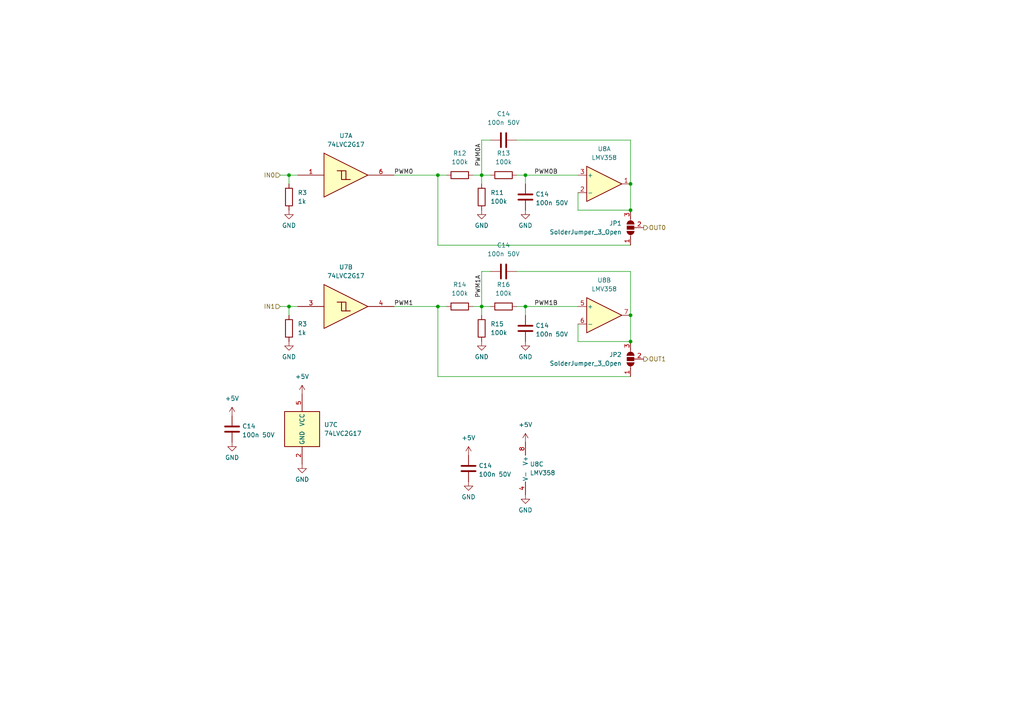
<source format=kicad_sch>
(kicad_sch (version 20230121) (generator eeschema)
  (paper "A4")
  (lib_symbols
    (symbol "74xGxx:74LVC2G17"
      (property "Reference" "U" (at -1.27 7.62 0))
      (property "Value" "74LVC2G17" (at 2.54 -7.62 0))
      (symbol "74LVC2G17_1_1"
        (polyline (pts (xy -2.54 1.27) (xy -1.27 1.27) (xy -1.27 -1.27)) (stroke (width 0.254)) (fill (type background)))
        (polyline (pts (xy -7.62 6.35) (xy -7.62 -6.35) (xy 5.08 0) (xy -7.62 6.35)) (stroke (width 0.254)) (fill (type background)))
        (polyline (pts (xy -3.81 1.27) (xy -2.54 1.27) (xy -2.54 -1.27) (xy 0 -1.27)) (stroke (width 0.254)) (fill (type background)))
        (pin input line (at -15.24 0 0) (length 7.62) (name "~") (number "1"))
        (pin output line (at 12.7 0 180) (length 7.62) (name "~") (number "6"))
      )
      (symbol "74LVC2G17_2_1"
        (polyline (pts (xy -2.54 1.27) (xy -1.27 1.27) (xy -1.27 -1.27)) (stroke (width 0.254)) (fill (type background)))
        (polyline (pts (xy -7.62 6.35) (xy -7.62 -6.35) (xy 5.08 0) (xy -7.62 6.35)) (stroke (width 0.254)) (fill (type background)))
        (polyline (pts (xy -3.81 1.27) (xy -2.54 1.27) (xy -2.54 -1.27) (xy 0 -1.27)) (stroke (width 0.254)) (fill (type background)))
        (pin input line (at -15.24 0 0) (length 7.62) (name "~") (number "3"))
        (pin output line (at 12.7 0 180) (length 7.62) (name "~") (number "4"))
      )
      (symbol "74LVC2G17_3_0"
        (rectangle (start -5.08 -5.08) (end 5.08 5.08) (stroke (width 0.254)) (fill (type background)))
      )
      (symbol "74LVC2G17_3_1"
        (pin power_in line (at 0 -10.16 90) (length 5.08) (name "GND") (number "2"))
        (pin power_in line (at 0 10.16 270) (length 5.08) (name "VCC") (number "5"))
      )
    )
    (symbol "Amplifier_Operational:LMV358" (pin_names (offset 0.127))
      (property "Reference" "U" (at 0 5.08 0))
      (property "Value" "LMV358" (at 0 -5.08 0))
      (symbol "LMV358_1_1"
        (polyline (pts (xy -5.08 5.08) (xy 5.08 0) (xy -5.08 -5.08) (xy -5.08 5.08)) (stroke (width 0.254)) (fill (type background)))
        (pin output line (at 7.62 0 180) (length 2.54) (name "~") (number "1"))
        (pin input line (at -7.62 -2.54 0) (length 2.54) (name "-") (number "2"))
        (pin input line (at -7.62 2.54 0) (length 2.54) (name "+") (number "3"))
      )
      (symbol "LMV358_2_1"
        (polyline (pts (xy -5.08 5.08) (xy 5.08 0) (xy -5.08 -5.08) (xy -5.08 5.08)) (stroke (width 0.254)) (fill (type background)))
        (pin input line (at -7.62 2.54 0) (length 2.54) (name "+") (number "5"))
        (pin input line (at -7.62 -2.54 0) (length 2.54) (name "-") (number "6"))
        (pin output line (at 7.62 0 180) (length 2.54) (name "~") (number "7"))
      )
      (symbol "LMV358_3_1"
        (pin power_in line (at -2.54 -7.62 90) (length 3.81) (name "V-") (number "4"))
        (pin power_in line (at -2.54 7.62 270) (length 3.81) (name "V+") (number "8"))
      )
    )
    (symbol "Device:C" (pin_numbers hide) (pin_names (offset 0.254))
      (property "Reference" "C" (at 0.635 2.54 0))
      (property "Value" "C" (at 0.635 -2.54 0))
      (symbol "C_0_1"
        (polyline (pts (xy -2.032 -0.762) (xy 2.032 -0.762)) (stroke (width 0.508)))
        (polyline (pts (xy -2.032 0.762) (xy 2.032 0.762)) (stroke (width 0.508)))
      )
      (symbol "C_1_1"
        (pin passive line (at 0 3.81 270) (length 2.794) (name "~") (number "1"))
        (pin passive line (at 0 -3.81 90) (length 2.794) (name "~") (number "2"))
      )
    )
    (symbol "Device:R" (pin_numbers hide) (pin_names (offset 0))
      (property "Reference" "R" (at 2.032 0 90))
      (property "Value" "R" (at 0 0 90))
      (symbol "R_0_1"
        (rectangle (start -1.016 -2.54) (end 1.016 2.54) (stroke (width 0.254)))
      )
      (symbol "R_1_1"
        (pin passive line (at 0 3.81 270) (length 1.27) (name "~") (number "1"))
        (pin passive line (at 0 -3.81 90) (length 1.27) (name "~") (number "2"))
      )
    )
    (symbol "Jumper:SolderJumper_3_Open" (pin_names (offset 0) hide)
      (property "Reference" "JP" (at -2.54 -2.54 0))
      (property "Value" "SolderJumper_3_Open" (at 0 2.794 0))
      (symbol "SolderJumper_3_Open_0_1"
        (arc (start -1.016 1.016) (mid -2.0276 0) (end -1.016 -1.016))
        (arc (start -1.016 1.016) (mid -2.0276 0) (end -1.016 -1.016) (fill (type outline)))
        (rectangle (start -0.508 1.016) (end 0.508 -1.016) (fill (type outline)))
        (polyline (pts (xy -2.54 0) (xy -2.032 0)))
        (polyline (pts (xy -1.016 1.016) (xy -1.016 -1.016)))
        (polyline (pts (xy 0 -1.27) (xy 0 -1.016)))
        (polyline (pts (xy 1.016 1.016) (xy 1.016 -1.016)))
        (polyline (pts (xy 2.54 0) (xy 2.032 0)))
        (arc (start 1.016 -1.016) (mid 2.0276 0) (end 1.016 1.016))
        (arc (start 1.016 -1.016) (mid 2.0276 0) (end 1.016 1.016) (fill (type outline)))
      )
      (symbol "SolderJumper_3_Open_1_1"
        (pin passive line (at -5.08 0 0) (length 2.54) (name "A") (number "1"))
        (pin passive line (at 0 -3.81 90) (length 2.54) (name "C") (number "2"))
        (pin passive line (at 5.08 0 180) (length 2.54) (name "B") (number "3"))
      )
    )
    (symbol "power:+5V" (power) (pin_names (offset 0))
      (property "Value" "+5V" (at 0 3.556 0))
      (symbol "+5V_0_1"
        (polyline (pts (xy -0.762 1.27) (xy 0 2.54)))
        (polyline (pts (xy 0 0) (xy 0 2.54)))
        (polyline (pts (xy 0 2.54) (xy 0.762 1.27)))
      )
      (symbol "+5V_1_1"
        (pin power_in line (at 0 0 90) (length 0) hide (name "+5V") (number "1"))
      )
    )
    (symbol "power:GND" (power) (pin_names (offset 0))
      (property "Value" "GND" (at 0 -3.81 0))
      (symbol "GND_0_1"
        (polyline (pts (xy 0 0) (xy 0 -1.27) (xy 1.27 -1.27) (xy 0 -2.54) (xy -1.27 -1.27) (xy 0 -1.27)))
      )
      (symbol "GND_1_1"
        (pin power_in line (at 0 0 270) (length 0) hide (name "GND") (number "1"))
      )
    )
  )
  (junction (at 83.82 50.8))
  (junction (at 127 88.9))
  (junction (at 139.7 88.9))
  (junction (at 182.88 60.96))
  (junction (at 127 50.8))
  (junction (at 152.4 50.8))
  (junction (at 152.4 88.9))
  (junction (at 83.82 88.9))
  (junction (at 139.7 50.8))
  (junction (at 182.88 53.34))
  (junction (at 182.88 99.06))
  (junction (at 182.88 91.44))
  (wire (pts (xy 83.82 88.9) (xy 86.36 88.9)))
  (wire (pts (xy 142.24 78.74) (xy 139.7 78.74)))
  (wire (pts (xy 139.7 50.8) (xy 142.24 50.8)))
  (wire (pts (xy 167.64 60.96) (xy 182.88 60.96)))
  (wire (pts (xy 83.82 50.8) (xy 83.82 53.34)))
  (wire (pts (xy 81.28 50.8) (xy 83.82 50.8)))
  (wire (pts (xy 139.7 88.9) (xy 139.7 91.44)))
  (wire (pts (xy 182.88 99.06) (xy 182.88 91.44)))
  (wire (pts (xy 182.88 40.64) (xy 182.88 53.34)))
  (wire (pts (xy 127 71.12) (xy 127 50.8)))
  (wire (pts (xy 182.88 60.96) (xy 182.88 53.34)))
  (wire (pts (xy 139.7 50.8) (xy 139.7 53.34)))
  (wire (pts (xy 137.16 50.8) (xy 139.7 50.8)))
  (wire (pts (xy 139.7 88.9) (xy 142.24 88.9)))
  (wire (pts (xy 149.86 50.8) (xy 152.4 50.8)))
  (wire (pts (xy 152.4 50.8) (xy 167.64 50.8)))
  (wire (pts (xy 114.3 50.8) (xy 127 50.8)))
  (wire (pts (xy 182.88 109.22) (xy 127 109.22)))
  (wire (pts (xy 83.82 50.8) (xy 86.36 50.8)))
  (wire (pts (xy 127 50.8) (xy 129.54 50.8)))
  (wire (pts (xy 149.86 88.9) (xy 152.4 88.9)))
  (wire (pts (xy 152.4 88.9) (xy 167.64 88.9)))
  (wire (pts (xy 114.3 88.9) (xy 127 88.9)))
  (wire (pts (xy 182.88 71.12) (xy 127 71.12)))
  (wire (pts (xy 167.64 55.88) (xy 167.64 60.96)))
  (wire (pts (xy 83.82 88.9) (xy 83.82 91.44)))
  (wire (pts (xy 167.64 93.98) (xy 167.64 99.06)))
  (wire (pts (xy 152.4 50.8) (xy 152.4 53.34)))
  (wire (pts (xy 167.64 99.06) (xy 182.88 99.06)))
  (wire (pts (xy 127 109.22) (xy 127 88.9)))
  (wire (pts (xy 182.88 78.74) (xy 182.88 91.44)))
  (wire (pts (xy 152.4 88.9) (xy 152.4 91.44)))
  (wire (pts (xy 81.28 88.9) (xy 83.82 88.9)))
  (wire (pts (xy 137.16 88.9) (xy 139.7 88.9)))
  (wire (pts (xy 139.7 78.74) (xy 139.7 88.9)))
  (wire (pts (xy 127 88.9) (xy 129.54 88.9)))
  (wire (pts (xy 149.86 40.64) (xy 182.88 40.64)))
  (wire (pts (xy 149.86 78.74) (xy 182.88 78.74)))
  (wire (pts (xy 142.24 40.64) (xy 139.7 40.64)))
  (wire (pts (xy 139.7 40.64) (xy 139.7 50.8)))
  (label "PWM0" (at 114.3 50.8 0))
  (label "PWM0B" (at 154.94 50.8 0))
  (label "PWM1B" (at 154.94 88.9 0))
  (label "PWM0A" (at 139.7 48.26 90))
  (label "PWM1" (at 114.3 88.9 0))
  (label "PWM1A" (at 139.7 86.36 90))
  (hierarchical_label "IN0" (shape input) (at 81.28 50.8 180))
  (hierarchical_label "OUT1" (shape output) (at 186.69 104.14 0))
  (hierarchical_label "IN1" (shape input) (at 81.28 88.9 180))
  (hierarchical_label "OUT0" (shape output) (at 186.69 66.04 0))
  (symbol (lib_id "Device:C") (at 67.31 124.46 0) (unit 1)
    (property "Reference" "C14" (at 70.231 123.6253 0) (effects (justify left)))
    (property "Value" "100n 50V" (at 70.231 126.1622 0) (effects (justify left)))
    (property "Footprint" "Capacitor_SMD:C_0603_1608Metric" (effects hide))
    (property "LCSC Part #" "C14663" (effects hide))
    (instances (project "night_light" (path "" (reference "C14") (unit 1))) (project "corridor_node" (path "" (reference "C10") (unit 1)) (path "" (reference "C16") (unit 1))))
  )
  (symbol (lib_id "power:GND") (at 152.4 143.51 0) (unit 1)
    (property "Reference" "#PWR0134" (effects hide))
    (property "Value" "GND" (at 152.4 147.9534 0))
    (instances (project "night_light" (path "" (reference "#PWR0134") (unit 1))) (project "corridor_node" (path "" (reference "#PWR034") (unit 1)) (path "" (reference "#PWR053") (unit 1))))
  )
  (symbol (lib_id "power:GND") (at 139.7 99.06 0) (unit 1)
    (property "Reference" "#PWR0134" (effects hide))
    (property "Value" "GND" (at 139.7 103.5034 0))
    (instances (project "night_light" (path "" (reference "#PWR0134") (unit 1))) (project "corridor_node" (path "" (reference "#PWR034") (unit 1)) (path "" (reference "#PWR056") (unit 1))))
  )
  (symbol (lib_id "Device:R") (at 83.82 57.15 180) (unit 1)
    (property "Reference" "R3" (at 86.36 55.88 0) (effects (justify right)))
    (property "Value" "1k" (at 86.36 58.42 0) (effects (justify right)))
    (property "Footprint" "Resistor_SMD:R_0603_1608Metric_Pad0.98x0.95mm_HandSolder" (effects hide))
    (property "LCSC Part #" "C22548" (effects hide))
  )
  (symbol (lib_id "power:GND") (at 83.82 99.06 0) (unit 1)
    (property "Reference" "#PWR021" (effects hide))
    (property "Value" "GND" (at 83.82 103.5034 0))
    (instances (project "corridor_node" (path "" (reference "#PWR021") (unit 1)) (path "" (reference "#PWR022") (unit 1))))
  )
  (symbol (lib_id "power:GND") (at 87.63 134.62 0) (unit 1)
    (property "Reference" "#PWR0134" (effects hide))
    (property "Value" "GND" (at 87.63 139.0634 0))
    (instances (project "night_light" (path "" (reference "#PWR0134") (unit 1))) (project "corridor_node" (path "" (reference "#PWR034") (unit 1)) (path "" (reference "#PWR052") (unit 1))))
  )
  (symbol (lib_id "power:GND") (at 67.31 128.27 0) (unit 1)
    (property "Reference" "#PWR0134" (effects hide))
    (property "Value" "GND" (at 67.31 132.7134 0))
    (instances (project "night_light" (path "" (reference "#PWR0134") (unit 1))) (project "corridor_node" (path "" (reference "#PWR034") (unit 1)) (path "" (reference "#PWR047") (unit 1))))
  )
  (symbol (lib_id "power:GND") (at 152.4 99.06 0) (unit 1)
    (property "Reference" "#PWR0134" (effects hide))
    (property "Value" "GND" (at 152.4 103.5034 0))
    (instances (project "night_light" (path "" (reference "#PWR0134") (unit 1))) (project "corridor_node" (path "" (reference "#PWR034") (unit 1)) (path "" (reference "#PWR057") (unit 1))))
  )
  (symbol (lib_id "Device:R") (at 83.82 95.25 180) (unit 1)
    (property "Reference" "R3" (at 86.36 93.98 0) (effects (justify right)))
    (property "Value" "1k" (at 86.36 96.52 0) (effects (justify right)))
    (property "Footprint" "Resistor_SMD:R_0603_1608Metric_Pad0.98x0.95mm_HandSolder" (effects hide))
    (property "LCSC Part #" "C22548" (effects hide))
    (instances (project "corridor_node" (path "" (reference "R3") (unit 1)) (path "" (reference "R4") (unit 1))))
  )
  (symbol (lib_id "power:+5V") (at 152.4 128.27 0) (unit 1)
    (property "Reference" "#PWR028" (effects hide))
    (property "Value" "+5V" (at 152.4 123.19 0))
    (instances (project "corridor_node" (path "" (reference "#PWR028") (unit 1)) (path "" (reference "#PWR051") (unit 1))))
  )
  (symbol (lib_id "Device:C") (at 152.4 95.25 0) (unit 1)
    (property "Reference" "C14" (at 155.321 94.4153 0) (effects (justify left)))
    (property "Value" "100n 50V" (at 155.321 96.9522 0) (effects (justify left)))
    (property "Footprint" "Capacitor_SMD:C_0603_1608Metric" (effects hide))
    (property "LCSC Part #" "C14663" (effects hide))
    (instances (project "night_light" (path "" (reference "C14") (unit 1))) (project "corridor_node" (path "" (reference "C10") (unit 1)) (path "" (reference "C21") (unit 1))))
  )
  (symbol (lib_id "Device:R") (at 133.35 50.8 90) (unit 1)
    (property "Reference" "R12" (at 133.35 44.45 90))
    (property "Value" "100k" (at 133.35 46.99 90))
    (property "Footprint" "Resistor_SMD:R_0603_1608Metric" (effects hide))
    (property "LCSC Part #" "C14675" (effects hide))
  )
  (symbol (lib_id "Device:R") (at 146.05 88.9 90) (unit 1)
    (property "Reference" "R16" (at 146.05 82.55 90))
    (property "Value" "100k" (at 146.05 85.09 90))
    (property "Footprint" "Resistor_SMD:R_0603_1608Metric" (effects hide))
    (property "LCSC Part #" "C14675" (effects hide))
  )
  (symbol (lib_id "Jumper:SolderJumper_3_Open") (at 182.88 66.04 90) (unit 1)
    (property "Reference" "JP1" (at 180.34 64.77 90) (effects (justify left)))
    (property "Value" "SolderJumper_3_Open" (at 180.34 67.31 90) (effects (justify left)))
    (property "Footprint" "Jumper:SolderJumper-3_P1.3mm_Open_RoundedPad1.0x1.5mm_NumberLabels" (effects hide))
  )
  (symbol (lib_id "74xGxx:74LVC2G17") (at 101.6 50.8 0) (unit 1)
    (property "Reference" "U7" (at 100.33 39.37 0))
    (property "Value" "74LVC2G17" (at 100.33 41.91 0))
    (property "Footprint" "Package_TO_SOT_SMD:SOT-23-6" (effects hide))
    (property "Datasheet" "http://www.ti.com/lit/sg/scyt129e/scyt129e.pdf" (effects hide))
    (property "LCSC Part #" "C10429" (effects hide))
  )
  (symbol (lib_id "Amplifier_Operational:LMV358") (at 175.26 91.44 0) (unit 2)
    (property "Reference" "U8" (at 175.26 81.28 0))
    (property "Value" "LMV358" (at 175.26 83.82 0))
    (property "Footprint" "Package_SO:MSOP-8_3x3mm_P0.65mm" (effects hide))
    (property "Datasheet" "http://www.ti.com/lit/ds/symlink/lmv324.pdf" (effects hide))
    (property "LCSC Part #" "C105242" (effects hide))
  )
  (symbol (lib_id "Device:R") (at 133.35 88.9 90) (unit 1)
    (property "Reference" "R14" (at 133.35 82.55 90))
    (property "Value" "100k" (at 133.35 85.09 90))
    (property "Footprint" "Resistor_SMD:R_0603_1608Metric" (effects hide))
    (property "LCSC Part #" "C14675" (effects hide))
  )
  (symbol (lib_id "power:GND") (at 135.89 139.7 0) (unit 1)
    (property "Reference" "#PWR0134" (effects hide))
    (property "Value" "GND" (at 135.89 144.1434 0))
    (instances (project "night_light" (path "" (reference "#PWR0134") (unit 1))) (project "corridor_node" (path "" (reference "#PWR034") (unit 1)) (path "" (reference "#PWR049") (unit 1))))
  )
  (symbol (lib_id "Jumper:SolderJumper_3_Open") (at 182.88 104.14 90) (unit 1)
    (property "Reference" "JP2" (at 180.34 102.87 90) (effects (justify left)))
    (property "Value" "SolderJumper_3_Open" (at 180.34 105.41 90) (effects (justify left)))
    (property "Footprint" "Jumper:SolderJumper-3_P1.3mm_Open_RoundedPad1.0x1.5mm_NumberLabels" (effects hide))
  )
  (symbol (lib_id "Device:C") (at 146.05 78.74 90) (unit 1)
    (property "Reference" "C14" (at 146.05 71.12 90))
    (property "Value" "100n 50V" (at 146.05 73.66 90))
    (property "Footprint" "Capacitor_SMD:C_0603_1608Metric" (effects hide))
    (property "LCSC Part #" "C14663" (effects hide))
    (instances (project "night_light" (path "" (reference "C14") (unit 1))) (project "corridor_node" (path "" (reference "C10") (unit 1)) (path "" (reference "C20") (unit 1))))
  )
  (symbol (lib_id "Device:C") (at 152.4 57.15 0) (unit 1)
    (property "Reference" "C14" (at 155.321 56.3153 0) (effects (justify left)))
    (property "Value" "100n 50V" (at 155.321 58.8522 0) (effects (justify left)))
    (property "Footprint" "Capacitor_SMD:C_0603_1608Metric" (effects hide))
    (property "LCSC Part #" "C14663" (effects hide))
    (instances (project "night_light" (path "" (reference "C14") (unit 1))) (project "corridor_node" (path "" (reference "C10") (unit 1)) (path "" (reference "C18") (unit 1))))
  )
  (symbol (lib_id "Amplifier_Operational:LMV358") (at 175.26 53.34 0) (unit 1)
    (property "Reference" "U8" (at 175.26 43.18 0))
    (property "Value" "LMV358" (at 175.26 45.72 0))
    (property "Footprint" "Package_SO:MSOP-8_3x3mm_P0.65mm" (effects hide))
    (property "Datasheet" "http://www.ti.com/lit/ds/symlink/lmv324.pdf" (effects hide))
    (property "LCSC Part #" "C105242" (effects hide))
  )
  (symbol (lib_id "Device:R") (at 139.7 57.15 0) (unit 1)
    (property "Reference" "R11" (at 142.24 55.88 0) (effects (justify left)))
    (property "Value" "100k" (at 142.24 58.42 0) (effects (justify left)))
    (property "Footprint" "Resistor_SMD:R_0603_1608Metric" (effects hide))
    (property "LCSC Part #" "C14675" (effects hide))
  )
  (symbol (lib_id "74xGxx:74LVC2G17") (at 101.6 88.9 0) (unit 2)
    (property "Reference" "U7" (at 100.33 77.47 0))
    (property "Value" "74LVC2G17" (at 100.33 80.01 0))
    (property "Footprint" "Package_TO_SOT_SMD:SOT-23-6" (effects hide))
    (property "Datasheet" "http://www.ti.com/lit/sg/scyt129e/scyt129e.pdf" (effects hide))
    (property "LCSC Part #" "C10429" (effects hide))
  )
  (symbol (lib_id "power:+5V") (at 67.31 120.65 0) (unit 1)
    (property "Reference" "#PWR028" (effects hide))
    (property "Value" "+5V" (at 67.31 115.57 0))
    (instances (project "corridor_node" (path "" (reference "#PWR028") (unit 1)) (path "" (reference "#PWR046") (unit 1))))
  )
  (symbol (lib_id "Device:R") (at 139.7 95.25 0) (unit 1)
    (property "Reference" "R15" (at 142.24 93.98 0) (effects (justify left)))
    (property "Value" "100k" (at 142.24 96.52 0) (effects (justify left)))
    (property "Footprint" "Resistor_SMD:R_0603_1608Metric" (effects hide))
    (property "LCSC Part #" "C14675" (effects hide))
  )
  (symbol (lib_id "power:GND") (at 83.82 60.96 0) (unit 1)
    (property "Reference" "#PWR021" (effects hide))
    (property "Value" "GND" (at 83.82 65.4034 0))
  )
  (symbol (lib_id "Device:C") (at 135.89 135.89 0) (unit 1)
    (property "Reference" "C14" (at 138.811 135.0553 0) (effects (justify left)))
    (property "Value" "100n 50V" (at 138.811 137.5922 0) (effects (justify left)))
    (property "Footprint" "Capacitor_SMD:C_0603_1608Metric" (effects hide))
    (property "LCSC Part #" "C14663" (effects hide))
    (instances (project "night_light" (path "" (reference "C14") (unit 1))) (project "corridor_node" (path "" (reference "C10") (unit 1)) (path "" (reference "C17") (unit 1))))
  )
  (symbol (lib_id "power:+5V") (at 135.89 132.08 0) (unit 1)
    (property "Reference" "#PWR028" (effects hide))
    (property "Value" "+5V" (at 135.89 127 0))
    (instances (project "corridor_node" (path "" (reference "#PWR028") (unit 1)) (path "" (reference "#PWR048") (unit 1))))
  )
  (symbol (lib_id "74xGxx:74LVC2G17") (at 87.63 124.46 0) (unit 3)
    (property "Reference" "U7" (at 93.98 123.19 0) (effects (justify left)))
    (property "Value" "74LVC2G17" (at 93.98 125.73 0) (effects (justify left)))
    (property "Footprint" "Package_TO_SOT_SMD:SOT-23-6" (effects hide))
    (property "Datasheet" "http://www.ti.com/lit/sg/scyt129e/scyt129e.pdf" (effects hide))
    (property "LCSC Part #" "C10429" (effects hide))
  )
  (symbol (lib_id "power:GND") (at 152.4 60.96 0) (unit 1)
    (property "Reference" "#PWR0134" (effects hide))
    (property "Value" "GND" (at 152.4 65.4034 0))
    (instances (project "night_light" (path "" (reference "#PWR0134") (unit 1))) (project "corridor_node" (path "" (reference "#PWR034") (unit 1)) (path "" (reference "#PWR054") (unit 1))))
  )
  (symbol (lib_id "power:GND") (at 139.7 60.96 0) (unit 1)
    (property "Reference" "#PWR0134" (effects hide))
    (property "Value" "GND" (at 139.7 65.4034 0))
    (instances (project "night_light" (path "" (reference "#PWR0134") (unit 1))) (project "corridor_node" (path "" (reference "#PWR034") (unit 1)) (path "" (reference "#PWR055") (unit 1))))
  )
  (symbol (lib_id "Amplifier_Operational:LMV358") (at 154.94 135.89 0) (unit 3)
    (property "Reference" "U8" (at 153.67 134.62 0) (effects (justify left)))
    (property "Value" "LMV358" (at 153.67 137.16 0) (effects (justify left)))
    (property "Footprint" "Package_SO:MSOP-8_3x3mm_P0.65mm" (effects hide))
    (property "Datasheet" "http://www.ti.com/lit/ds/symlink/lmv324.pdf" (effects hide))
    (property "LCSC Part #" "C105242" (effects hide))
  )
  (symbol (lib_id "Device:R") (at 146.05 50.8 90) (unit 1)
    (property "Reference" "R13" (at 146.05 44.45 90))
    (property "Value" "100k" (at 146.05 46.99 90))
    (property "Footprint" "Resistor_SMD:R_0603_1608Metric" (effects hide))
    (property "LCSC Part #" "C14675" (effects hide))
  )
  (symbol (lib_id "Device:C") (at 146.05 40.64 270) (unit 1)
    (property "Reference" "C14" (at 146.05 33.02 90))
    (property "Value" "100n 50V" (at 146.05 35.56 90))
    (property "Footprint" "Capacitor_SMD:C_0603_1608Metric" (effects hide))
    (property "LCSC Part #" "C14663" (effects hide))
    (instances (project "night_light" (path "" (reference "C14") (unit 1))) (project "corridor_node" (path "" (reference "C10") (unit 1)) (path "" (reference "C19") (unit 1))))
  )
  (symbol (lib_id "power:+5V") (at 87.63 114.3 0) (unit 1)
    (property "Reference" "#PWR028" (effects hide))
    (property "Value" "+5V" (at 87.63 109.22 0))
    (instances (project "corridor_node" (path "" (reference "#PWR028") (unit 1)) (path "" (reference "#PWR050") (unit 1))))
  )
)
</source>
